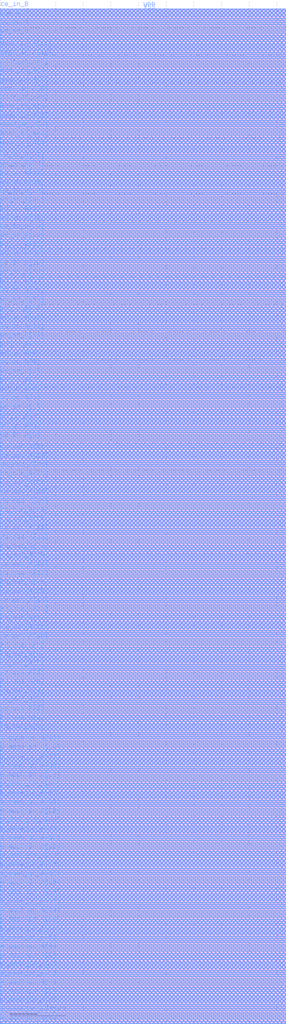
<source format=lef>
# Generated by FakeRAM 2.0
VERSION 5.7 ;
BUSBITCHARS "[]" ;
PROPERTYDEFINITIONS
  MACRO width INTEGER ;
  MACRO depth INTEGER ;
  MACRO banks INTEGER ;
END PROPERTYDEFINITIONS
MACRO fakeram7_tdp_4096x32
  PROPERTY width 32 ;
  PROPERTY depth 4096 ;
  PROPERTY banks 8 ;
  FOREIGN fakeram7_tdp_4096x32 0 0 ;
  SYMMETRY X Y ;
  SIZE 51.680 BY 183.400 ;
  CLASS BLOCK ;
  PIN w_mask_in_A[0]
    DIRECTION INPUT ;
    USE SIGNAL ;
    SHAPE ABUTMENT ;
    PORT
      LAYER M4 ;
      RECT 0.000 0.048 0.024 0.072 ;
    END
  END w_mask_in_A[0]
  PIN w_mask_in_B[0]
    DIRECTION INPUT ;
    USE SIGNAL ;
    SHAPE ABUTMENT ;
    PORT
      LAYER M4 ;
      RECT 51.656 0.048 51.680 0.072 ;
    END
  END w_mask_in_B[0]
  PIN w_mask_in_A[1]
    DIRECTION INPUT ;
    USE SIGNAL ;
    SHAPE ABUTMENT ;
    PORT
      LAYER M4 ;
      RECT 0.000 1.680 0.024 1.704 ;
    END
  END w_mask_in_A[1]
  PIN w_mask_in_B[1]
    DIRECTION INPUT ;
    USE SIGNAL ;
    SHAPE ABUTMENT ;
    PORT
      LAYER M4 ;
      RECT 51.656 1.680 51.680 1.704 ;
    END
  END w_mask_in_B[1]
  PIN w_mask_in_A[2]
    DIRECTION INPUT ;
    USE SIGNAL ;
    SHAPE ABUTMENT ;
    PORT
      LAYER M4 ;
      RECT 0.000 3.312 0.024 3.336 ;
    END
  END w_mask_in_A[2]
  PIN w_mask_in_B[2]
    DIRECTION INPUT ;
    USE SIGNAL ;
    SHAPE ABUTMENT ;
    PORT
      LAYER M4 ;
      RECT 51.656 3.312 51.680 3.336 ;
    END
  END w_mask_in_B[2]
  PIN w_mask_in_A[3]
    DIRECTION INPUT ;
    USE SIGNAL ;
    SHAPE ABUTMENT ;
    PORT
      LAYER M4 ;
      RECT 0.000 4.944 0.024 4.968 ;
    END
  END w_mask_in_A[3]
  PIN w_mask_in_B[3]
    DIRECTION INPUT ;
    USE SIGNAL ;
    SHAPE ABUTMENT ;
    PORT
      LAYER M4 ;
      RECT 51.656 4.944 51.680 4.968 ;
    END
  END w_mask_in_B[3]
  PIN w_mask_in_A[4]
    DIRECTION INPUT ;
    USE SIGNAL ;
    SHAPE ABUTMENT ;
    PORT
      LAYER M4 ;
      RECT 0.000 6.576 0.024 6.600 ;
    END
  END w_mask_in_A[4]
  PIN w_mask_in_B[4]
    DIRECTION INPUT ;
    USE SIGNAL ;
    SHAPE ABUTMENT ;
    PORT
      LAYER M4 ;
      RECT 51.656 6.576 51.680 6.600 ;
    END
  END w_mask_in_B[4]
  PIN w_mask_in_A[5]
    DIRECTION INPUT ;
    USE SIGNAL ;
    SHAPE ABUTMENT ;
    PORT
      LAYER M4 ;
      RECT 0.000 8.208 0.024 8.232 ;
    END
  END w_mask_in_A[5]
  PIN w_mask_in_B[5]
    DIRECTION INPUT ;
    USE SIGNAL ;
    SHAPE ABUTMENT ;
    PORT
      LAYER M4 ;
      RECT 51.656 8.208 51.680 8.232 ;
    END
  END w_mask_in_B[5]
  PIN w_mask_in_A[6]
    DIRECTION INPUT ;
    USE SIGNAL ;
    SHAPE ABUTMENT ;
    PORT
      LAYER M4 ;
      RECT 0.000 9.840 0.024 9.864 ;
    END
  END w_mask_in_A[6]
  PIN w_mask_in_B[6]
    DIRECTION INPUT ;
    USE SIGNAL ;
    SHAPE ABUTMENT ;
    PORT
      LAYER M4 ;
      RECT 51.656 9.840 51.680 9.864 ;
    END
  END w_mask_in_B[6]
  PIN w_mask_in_A[7]
    DIRECTION INPUT ;
    USE SIGNAL ;
    SHAPE ABUTMENT ;
    PORT
      LAYER M4 ;
      RECT 0.000 11.472 0.024 11.496 ;
    END
  END w_mask_in_A[7]
  PIN w_mask_in_B[7]
    DIRECTION INPUT ;
    USE SIGNAL ;
    SHAPE ABUTMENT ;
    PORT
      LAYER M4 ;
      RECT 51.656 11.472 51.680 11.496 ;
    END
  END w_mask_in_B[7]
  PIN w_mask_in_A[8]
    DIRECTION INPUT ;
    USE SIGNAL ;
    SHAPE ABUTMENT ;
    PORT
      LAYER M4 ;
      RECT 0.000 13.104 0.024 13.128 ;
    END
  END w_mask_in_A[8]
  PIN w_mask_in_B[8]
    DIRECTION INPUT ;
    USE SIGNAL ;
    SHAPE ABUTMENT ;
    PORT
      LAYER M4 ;
      RECT 51.656 13.104 51.680 13.128 ;
    END
  END w_mask_in_B[8]
  PIN w_mask_in_A[9]
    DIRECTION INPUT ;
    USE SIGNAL ;
    SHAPE ABUTMENT ;
    PORT
      LAYER M4 ;
      RECT 0.000 14.736 0.024 14.760 ;
    END
  END w_mask_in_A[9]
  PIN w_mask_in_B[9]
    DIRECTION INPUT ;
    USE SIGNAL ;
    SHAPE ABUTMENT ;
    PORT
      LAYER M4 ;
      RECT 51.656 14.736 51.680 14.760 ;
    END
  END w_mask_in_B[9]
  PIN w_mask_in_A[10]
    DIRECTION INPUT ;
    USE SIGNAL ;
    SHAPE ABUTMENT ;
    PORT
      LAYER M4 ;
      RECT 0.000 16.368 0.024 16.392 ;
    END
  END w_mask_in_A[10]
  PIN w_mask_in_B[10]
    DIRECTION INPUT ;
    USE SIGNAL ;
    SHAPE ABUTMENT ;
    PORT
      LAYER M4 ;
      RECT 51.656 16.368 51.680 16.392 ;
    END
  END w_mask_in_B[10]
  PIN w_mask_in_A[11]
    DIRECTION INPUT ;
    USE SIGNAL ;
    SHAPE ABUTMENT ;
    PORT
      LAYER M4 ;
      RECT 0.000 18.000 0.024 18.024 ;
    END
  END w_mask_in_A[11]
  PIN w_mask_in_B[11]
    DIRECTION INPUT ;
    USE SIGNAL ;
    SHAPE ABUTMENT ;
    PORT
      LAYER M4 ;
      RECT 51.656 18.000 51.680 18.024 ;
    END
  END w_mask_in_B[11]
  PIN w_mask_in_A[12]
    DIRECTION INPUT ;
    USE SIGNAL ;
    SHAPE ABUTMENT ;
    PORT
      LAYER M4 ;
      RECT 0.000 19.632 0.024 19.656 ;
    END
  END w_mask_in_A[12]
  PIN w_mask_in_B[12]
    DIRECTION INPUT ;
    USE SIGNAL ;
    SHAPE ABUTMENT ;
    PORT
      LAYER M4 ;
      RECT 51.656 19.632 51.680 19.656 ;
    END
  END w_mask_in_B[12]
  PIN w_mask_in_A[13]
    DIRECTION INPUT ;
    USE SIGNAL ;
    SHAPE ABUTMENT ;
    PORT
      LAYER M4 ;
      RECT 0.000 21.264 0.024 21.288 ;
    END
  END w_mask_in_A[13]
  PIN w_mask_in_B[13]
    DIRECTION INPUT ;
    USE SIGNAL ;
    SHAPE ABUTMENT ;
    PORT
      LAYER M4 ;
      RECT 51.656 21.264 51.680 21.288 ;
    END
  END w_mask_in_B[13]
  PIN w_mask_in_A[14]
    DIRECTION INPUT ;
    USE SIGNAL ;
    SHAPE ABUTMENT ;
    PORT
      LAYER M4 ;
      RECT 0.000 22.896 0.024 22.920 ;
    END
  END w_mask_in_A[14]
  PIN w_mask_in_B[14]
    DIRECTION INPUT ;
    USE SIGNAL ;
    SHAPE ABUTMENT ;
    PORT
      LAYER M4 ;
      RECT 51.656 22.896 51.680 22.920 ;
    END
  END w_mask_in_B[14]
  PIN w_mask_in_A[15]
    DIRECTION INPUT ;
    USE SIGNAL ;
    SHAPE ABUTMENT ;
    PORT
      LAYER M4 ;
      RECT 0.000 24.528 0.024 24.552 ;
    END
  END w_mask_in_A[15]
  PIN w_mask_in_B[15]
    DIRECTION INPUT ;
    USE SIGNAL ;
    SHAPE ABUTMENT ;
    PORT
      LAYER M4 ;
      RECT 51.656 24.528 51.680 24.552 ;
    END
  END w_mask_in_B[15]
  PIN w_mask_in_A[16]
    DIRECTION INPUT ;
    USE SIGNAL ;
    SHAPE ABUTMENT ;
    PORT
      LAYER M4 ;
      RECT 0.000 26.160 0.024 26.184 ;
    END
  END w_mask_in_A[16]
  PIN w_mask_in_B[16]
    DIRECTION INPUT ;
    USE SIGNAL ;
    SHAPE ABUTMENT ;
    PORT
      LAYER M4 ;
      RECT 51.656 26.160 51.680 26.184 ;
    END
  END w_mask_in_B[16]
  PIN w_mask_in_A[17]
    DIRECTION INPUT ;
    USE SIGNAL ;
    SHAPE ABUTMENT ;
    PORT
      LAYER M4 ;
      RECT 0.000 27.792 0.024 27.816 ;
    END
  END w_mask_in_A[17]
  PIN w_mask_in_B[17]
    DIRECTION INPUT ;
    USE SIGNAL ;
    SHAPE ABUTMENT ;
    PORT
      LAYER M4 ;
      RECT 51.656 27.792 51.680 27.816 ;
    END
  END w_mask_in_B[17]
  PIN w_mask_in_A[18]
    DIRECTION INPUT ;
    USE SIGNAL ;
    SHAPE ABUTMENT ;
    PORT
      LAYER M4 ;
      RECT 0.000 29.424 0.024 29.448 ;
    END
  END w_mask_in_A[18]
  PIN w_mask_in_B[18]
    DIRECTION INPUT ;
    USE SIGNAL ;
    SHAPE ABUTMENT ;
    PORT
      LAYER M4 ;
      RECT 51.656 29.424 51.680 29.448 ;
    END
  END w_mask_in_B[18]
  PIN w_mask_in_A[19]
    DIRECTION INPUT ;
    USE SIGNAL ;
    SHAPE ABUTMENT ;
    PORT
      LAYER M4 ;
      RECT 0.000 31.056 0.024 31.080 ;
    END
  END w_mask_in_A[19]
  PIN w_mask_in_B[19]
    DIRECTION INPUT ;
    USE SIGNAL ;
    SHAPE ABUTMENT ;
    PORT
      LAYER M4 ;
      RECT 51.656 31.056 51.680 31.080 ;
    END
  END w_mask_in_B[19]
  PIN w_mask_in_A[20]
    DIRECTION INPUT ;
    USE SIGNAL ;
    SHAPE ABUTMENT ;
    PORT
      LAYER M4 ;
      RECT 0.000 32.688 0.024 32.712 ;
    END
  END w_mask_in_A[20]
  PIN w_mask_in_B[20]
    DIRECTION INPUT ;
    USE SIGNAL ;
    SHAPE ABUTMENT ;
    PORT
      LAYER M4 ;
      RECT 51.656 32.688 51.680 32.712 ;
    END
  END w_mask_in_B[20]
  PIN w_mask_in_A[21]
    DIRECTION INPUT ;
    USE SIGNAL ;
    SHAPE ABUTMENT ;
    PORT
      LAYER M4 ;
      RECT 0.000 34.320 0.024 34.344 ;
    END
  END w_mask_in_A[21]
  PIN w_mask_in_B[21]
    DIRECTION INPUT ;
    USE SIGNAL ;
    SHAPE ABUTMENT ;
    PORT
      LAYER M4 ;
      RECT 51.656 34.320 51.680 34.344 ;
    END
  END w_mask_in_B[21]
  PIN w_mask_in_A[22]
    DIRECTION INPUT ;
    USE SIGNAL ;
    SHAPE ABUTMENT ;
    PORT
      LAYER M4 ;
      RECT 0.000 35.952 0.024 35.976 ;
    END
  END w_mask_in_A[22]
  PIN w_mask_in_B[22]
    DIRECTION INPUT ;
    USE SIGNAL ;
    SHAPE ABUTMENT ;
    PORT
      LAYER M4 ;
      RECT 51.656 35.952 51.680 35.976 ;
    END
  END w_mask_in_B[22]
  PIN w_mask_in_A[23]
    DIRECTION INPUT ;
    USE SIGNAL ;
    SHAPE ABUTMENT ;
    PORT
      LAYER M4 ;
      RECT 0.000 37.584 0.024 37.608 ;
    END
  END w_mask_in_A[23]
  PIN w_mask_in_B[23]
    DIRECTION INPUT ;
    USE SIGNAL ;
    SHAPE ABUTMENT ;
    PORT
      LAYER M4 ;
      RECT 51.656 37.584 51.680 37.608 ;
    END
  END w_mask_in_B[23]
  PIN w_mask_in_A[24]
    DIRECTION INPUT ;
    USE SIGNAL ;
    SHAPE ABUTMENT ;
    PORT
      LAYER M4 ;
      RECT 0.000 39.216 0.024 39.240 ;
    END
  END w_mask_in_A[24]
  PIN w_mask_in_B[24]
    DIRECTION INPUT ;
    USE SIGNAL ;
    SHAPE ABUTMENT ;
    PORT
      LAYER M4 ;
      RECT 51.656 39.216 51.680 39.240 ;
    END
  END w_mask_in_B[24]
  PIN w_mask_in_A[25]
    DIRECTION INPUT ;
    USE SIGNAL ;
    SHAPE ABUTMENT ;
    PORT
      LAYER M4 ;
      RECT 0.000 40.848 0.024 40.872 ;
    END
  END w_mask_in_A[25]
  PIN w_mask_in_B[25]
    DIRECTION INPUT ;
    USE SIGNAL ;
    SHAPE ABUTMENT ;
    PORT
      LAYER M4 ;
      RECT 51.656 40.848 51.680 40.872 ;
    END
  END w_mask_in_B[25]
  PIN w_mask_in_A[26]
    DIRECTION INPUT ;
    USE SIGNAL ;
    SHAPE ABUTMENT ;
    PORT
      LAYER M4 ;
      RECT 0.000 42.480 0.024 42.504 ;
    END
  END w_mask_in_A[26]
  PIN w_mask_in_B[26]
    DIRECTION INPUT ;
    USE SIGNAL ;
    SHAPE ABUTMENT ;
    PORT
      LAYER M4 ;
      RECT 51.656 42.480 51.680 42.504 ;
    END
  END w_mask_in_B[26]
  PIN w_mask_in_A[27]
    DIRECTION INPUT ;
    USE SIGNAL ;
    SHAPE ABUTMENT ;
    PORT
      LAYER M4 ;
      RECT 0.000 44.112 0.024 44.136 ;
    END
  END w_mask_in_A[27]
  PIN w_mask_in_B[27]
    DIRECTION INPUT ;
    USE SIGNAL ;
    SHAPE ABUTMENT ;
    PORT
      LAYER M4 ;
      RECT 51.656 44.112 51.680 44.136 ;
    END
  END w_mask_in_B[27]
  PIN w_mask_in_A[28]
    DIRECTION INPUT ;
    USE SIGNAL ;
    SHAPE ABUTMENT ;
    PORT
      LAYER M4 ;
      RECT 0.000 45.744 0.024 45.768 ;
    END
  END w_mask_in_A[28]
  PIN w_mask_in_B[28]
    DIRECTION INPUT ;
    USE SIGNAL ;
    SHAPE ABUTMENT ;
    PORT
      LAYER M4 ;
      RECT 51.656 45.744 51.680 45.768 ;
    END
  END w_mask_in_B[28]
  PIN w_mask_in_A[29]
    DIRECTION INPUT ;
    USE SIGNAL ;
    SHAPE ABUTMENT ;
    PORT
      LAYER M4 ;
      RECT 0.000 47.376 0.024 47.400 ;
    END
  END w_mask_in_A[29]
  PIN w_mask_in_B[29]
    DIRECTION INPUT ;
    USE SIGNAL ;
    SHAPE ABUTMENT ;
    PORT
      LAYER M4 ;
      RECT 51.656 47.376 51.680 47.400 ;
    END
  END w_mask_in_B[29]
  PIN w_mask_in_A[30]
    DIRECTION INPUT ;
    USE SIGNAL ;
    SHAPE ABUTMENT ;
    PORT
      LAYER M4 ;
      RECT 0.000 49.008 0.024 49.032 ;
    END
  END w_mask_in_A[30]
  PIN w_mask_in_B[30]
    DIRECTION INPUT ;
    USE SIGNAL ;
    SHAPE ABUTMENT ;
    PORT
      LAYER M4 ;
      RECT 51.656 49.008 51.680 49.032 ;
    END
  END w_mask_in_B[30]
  PIN w_mask_in_A[31]
    DIRECTION INPUT ;
    USE SIGNAL ;
    SHAPE ABUTMENT ;
    PORT
      LAYER M4 ;
      RECT 0.000 50.640 0.024 50.664 ;
    END
  END w_mask_in_A[31]
  PIN w_mask_in_B[31]
    DIRECTION INPUT ;
    USE SIGNAL ;
    SHAPE ABUTMENT ;
    PORT
      LAYER M4 ;
      RECT 51.656 50.640 51.680 50.664 ;
    END
  END w_mask_in_B[31]
  PIN rd_out_A[0]
    DIRECTION OUTPUT ;
    USE SIGNAL ;
    SHAPE ABUTMENT ;
    PORT
      LAYER M4 ;
      RECT 0.000 52.800 0.024 52.824 ;
    END
  END rd_out_A[0]
  PIN rd_out_B[0]
    DIRECTION OUTPUT ;
    USE SIGNAL ;
    SHAPE ABUTMENT ;
    PORT
      LAYER M4 ;
      RECT 51.656 52.800 51.680 52.824 ;
    END
  END rd_out_B[0]
  PIN rd_out_A[1]
    DIRECTION OUTPUT ;
    USE SIGNAL ;
    SHAPE ABUTMENT ;
    PORT
      LAYER M4 ;
      RECT 0.000 54.432 0.024 54.456 ;
    END
  END rd_out_A[1]
  PIN rd_out_B[1]
    DIRECTION OUTPUT ;
    USE SIGNAL ;
    SHAPE ABUTMENT ;
    PORT
      LAYER M4 ;
      RECT 51.656 54.432 51.680 54.456 ;
    END
  END rd_out_B[1]
  PIN rd_out_A[2]
    DIRECTION OUTPUT ;
    USE SIGNAL ;
    SHAPE ABUTMENT ;
    PORT
      LAYER M4 ;
      RECT 0.000 56.064 0.024 56.088 ;
    END
  END rd_out_A[2]
  PIN rd_out_B[2]
    DIRECTION OUTPUT ;
    USE SIGNAL ;
    SHAPE ABUTMENT ;
    PORT
      LAYER M4 ;
      RECT 51.656 56.064 51.680 56.088 ;
    END
  END rd_out_B[2]
  PIN rd_out_A[3]
    DIRECTION OUTPUT ;
    USE SIGNAL ;
    SHAPE ABUTMENT ;
    PORT
      LAYER M4 ;
      RECT 0.000 57.696 0.024 57.720 ;
    END
  END rd_out_A[3]
  PIN rd_out_B[3]
    DIRECTION OUTPUT ;
    USE SIGNAL ;
    SHAPE ABUTMENT ;
    PORT
      LAYER M4 ;
      RECT 51.656 57.696 51.680 57.720 ;
    END
  END rd_out_B[3]
  PIN rd_out_A[4]
    DIRECTION OUTPUT ;
    USE SIGNAL ;
    SHAPE ABUTMENT ;
    PORT
      LAYER M4 ;
      RECT 0.000 59.328 0.024 59.352 ;
    END
  END rd_out_A[4]
  PIN rd_out_B[4]
    DIRECTION OUTPUT ;
    USE SIGNAL ;
    SHAPE ABUTMENT ;
    PORT
      LAYER M4 ;
      RECT 51.656 59.328 51.680 59.352 ;
    END
  END rd_out_B[4]
  PIN rd_out_A[5]
    DIRECTION OUTPUT ;
    USE SIGNAL ;
    SHAPE ABUTMENT ;
    PORT
      LAYER M4 ;
      RECT 0.000 60.960 0.024 60.984 ;
    END
  END rd_out_A[5]
  PIN rd_out_B[5]
    DIRECTION OUTPUT ;
    USE SIGNAL ;
    SHAPE ABUTMENT ;
    PORT
      LAYER M4 ;
      RECT 51.656 60.960 51.680 60.984 ;
    END
  END rd_out_B[5]
  PIN rd_out_A[6]
    DIRECTION OUTPUT ;
    USE SIGNAL ;
    SHAPE ABUTMENT ;
    PORT
      LAYER M4 ;
      RECT 0.000 62.592 0.024 62.616 ;
    END
  END rd_out_A[6]
  PIN rd_out_B[6]
    DIRECTION OUTPUT ;
    USE SIGNAL ;
    SHAPE ABUTMENT ;
    PORT
      LAYER M4 ;
      RECT 51.656 62.592 51.680 62.616 ;
    END
  END rd_out_B[6]
  PIN rd_out_A[7]
    DIRECTION OUTPUT ;
    USE SIGNAL ;
    SHAPE ABUTMENT ;
    PORT
      LAYER M4 ;
      RECT 0.000 64.224 0.024 64.248 ;
    END
  END rd_out_A[7]
  PIN rd_out_B[7]
    DIRECTION OUTPUT ;
    USE SIGNAL ;
    SHAPE ABUTMENT ;
    PORT
      LAYER M4 ;
      RECT 51.656 64.224 51.680 64.248 ;
    END
  END rd_out_B[7]
  PIN rd_out_A[8]
    DIRECTION OUTPUT ;
    USE SIGNAL ;
    SHAPE ABUTMENT ;
    PORT
      LAYER M4 ;
      RECT 0.000 65.856 0.024 65.880 ;
    END
  END rd_out_A[8]
  PIN rd_out_B[8]
    DIRECTION OUTPUT ;
    USE SIGNAL ;
    SHAPE ABUTMENT ;
    PORT
      LAYER M4 ;
      RECT 51.656 65.856 51.680 65.880 ;
    END
  END rd_out_B[8]
  PIN rd_out_A[9]
    DIRECTION OUTPUT ;
    USE SIGNAL ;
    SHAPE ABUTMENT ;
    PORT
      LAYER M4 ;
      RECT 0.000 67.488 0.024 67.512 ;
    END
  END rd_out_A[9]
  PIN rd_out_B[9]
    DIRECTION OUTPUT ;
    USE SIGNAL ;
    SHAPE ABUTMENT ;
    PORT
      LAYER M4 ;
      RECT 51.656 67.488 51.680 67.512 ;
    END
  END rd_out_B[9]
  PIN rd_out_A[10]
    DIRECTION OUTPUT ;
    USE SIGNAL ;
    SHAPE ABUTMENT ;
    PORT
      LAYER M4 ;
      RECT 0.000 69.120 0.024 69.144 ;
    END
  END rd_out_A[10]
  PIN rd_out_B[10]
    DIRECTION OUTPUT ;
    USE SIGNAL ;
    SHAPE ABUTMENT ;
    PORT
      LAYER M4 ;
      RECT 51.656 69.120 51.680 69.144 ;
    END
  END rd_out_B[10]
  PIN rd_out_A[11]
    DIRECTION OUTPUT ;
    USE SIGNAL ;
    SHAPE ABUTMENT ;
    PORT
      LAYER M4 ;
      RECT 0.000 70.752 0.024 70.776 ;
    END
  END rd_out_A[11]
  PIN rd_out_B[11]
    DIRECTION OUTPUT ;
    USE SIGNAL ;
    SHAPE ABUTMENT ;
    PORT
      LAYER M4 ;
      RECT 51.656 70.752 51.680 70.776 ;
    END
  END rd_out_B[11]
  PIN rd_out_A[12]
    DIRECTION OUTPUT ;
    USE SIGNAL ;
    SHAPE ABUTMENT ;
    PORT
      LAYER M4 ;
      RECT 0.000 72.384 0.024 72.408 ;
    END
  END rd_out_A[12]
  PIN rd_out_B[12]
    DIRECTION OUTPUT ;
    USE SIGNAL ;
    SHAPE ABUTMENT ;
    PORT
      LAYER M4 ;
      RECT 51.656 72.384 51.680 72.408 ;
    END
  END rd_out_B[12]
  PIN rd_out_A[13]
    DIRECTION OUTPUT ;
    USE SIGNAL ;
    SHAPE ABUTMENT ;
    PORT
      LAYER M4 ;
      RECT 0.000 74.016 0.024 74.040 ;
    END
  END rd_out_A[13]
  PIN rd_out_B[13]
    DIRECTION OUTPUT ;
    USE SIGNAL ;
    SHAPE ABUTMENT ;
    PORT
      LAYER M4 ;
      RECT 51.656 74.016 51.680 74.040 ;
    END
  END rd_out_B[13]
  PIN rd_out_A[14]
    DIRECTION OUTPUT ;
    USE SIGNAL ;
    SHAPE ABUTMENT ;
    PORT
      LAYER M4 ;
      RECT 0.000 75.648 0.024 75.672 ;
    END
  END rd_out_A[14]
  PIN rd_out_B[14]
    DIRECTION OUTPUT ;
    USE SIGNAL ;
    SHAPE ABUTMENT ;
    PORT
      LAYER M4 ;
      RECT 51.656 75.648 51.680 75.672 ;
    END
  END rd_out_B[14]
  PIN rd_out_A[15]
    DIRECTION OUTPUT ;
    USE SIGNAL ;
    SHAPE ABUTMENT ;
    PORT
      LAYER M4 ;
      RECT 0.000 77.280 0.024 77.304 ;
    END
  END rd_out_A[15]
  PIN rd_out_B[15]
    DIRECTION OUTPUT ;
    USE SIGNAL ;
    SHAPE ABUTMENT ;
    PORT
      LAYER M4 ;
      RECT 51.656 77.280 51.680 77.304 ;
    END
  END rd_out_B[15]
  PIN rd_out_A[16]
    DIRECTION OUTPUT ;
    USE SIGNAL ;
    SHAPE ABUTMENT ;
    PORT
      LAYER M4 ;
      RECT 0.000 78.912 0.024 78.936 ;
    END
  END rd_out_A[16]
  PIN rd_out_B[16]
    DIRECTION OUTPUT ;
    USE SIGNAL ;
    SHAPE ABUTMENT ;
    PORT
      LAYER M4 ;
      RECT 51.656 78.912 51.680 78.936 ;
    END
  END rd_out_B[16]
  PIN rd_out_A[17]
    DIRECTION OUTPUT ;
    USE SIGNAL ;
    SHAPE ABUTMENT ;
    PORT
      LAYER M4 ;
      RECT 0.000 80.544 0.024 80.568 ;
    END
  END rd_out_A[17]
  PIN rd_out_B[17]
    DIRECTION OUTPUT ;
    USE SIGNAL ;
    SHAPE ABUTMENT ;
    PORT
      LAYER M4 ;
      RECT 51.656 80.544 51.680 80.568 ;
    END
  END rd_out_B[17]
  PIN rd_out_A[18]
    DIRECTION OUTPUT ;
    USE SIGNAL ;
    SHAPE ABUTMENT ;
    PORT
      LAYER M4 ;
      RECT 0.000 82.176 0.024 82.200 ;
    END
  END rd_out_A[18]
  PIN rd_out_B[18]
    DIRECTION OUTPUT ;
    USE SIGNAL ;
    SHAPE ABUTMENT ;
    PORT
      LAYER M4 ;
      RECT 51.656 82.176 51.680 82.200 ;
    END
  END rd_out_B[18]
  PIN rd_out_A[19]
    DIRECTION OUTPUT ;
    USE SIGNAL ;
    SHAPE ABUTMENT ;
    PORT
      LAYER M4 ;
      RECT 0.000 83.808 0.024 83.832 ;
    END
  END rd_out_A[19]
  PIN rd_out_B[19]
    DIRECTION OUTPUT ;
    USE SIGNAL ;
    SHAPE ABUTMENT ;
    PORT
      LAYER M4 ;
      RECT 51.656 83.808 51.680 83.832 ;
    END
  END rd_out_B[19]
  PIN rd_out_A[20]
    DIRECTION OUTPUT ;
    USE SIGNAL ;
    SHAPE ABUTMENT ;
    PORT
      LAYER M4 ;
      RECT 0.000 85.440 0.024 85.464 ;
    END
  END rd_out_A[20]
  PIN rd_out_B[20]
    DIRECTION OUTPUT ;
    USE SIGNAL ;
    SHAPE ABUTMENT ;
    PORT
      LAYER M4 ;
      RECT 51.656 85.440 51.680 85.464 ;
    END
  END rd_out_B[20]
  PIN rd_out_A[21]
    DIRECTION OUTPUT ;
    USE SIGNAL ;
    SHAPE ABUTMENT ;
    PORT
      LAYER M4 ;
      RECT 0.000 87.072 0.024 87.096 ;
    END
  END rd_out_A[21]
  PIN rd_out_B[21]
    DIRECTION OUTPUT ;
    USE SIGNAL ;
    SHAPE ABUTMENT ;
    PORT
      LAYER M4 ;
      RECT 51.656 87.072 51.680 87.096 ;
    END
  END rd_out_B[21]
  PIN rd_out_A[22]
    DIRECTION OUTPUT ;
    USE SIGNAL ;
    SHAPE ABUTMENT ;
    PORT
      LAYER M4 ;
      RECT 0.000 88.704 0.024 88.728 ;
    END
  END rd_out_A[22]
  PIN rd_out_B[22]
    DIRECTION OUTPUT ;
    USE SIGNAL ;
    SHAPE ABUTMENT ;
    PORT
      LAYER M4 ;
      RECT 51.656 88.704 51.680 88.728 ;
    END
  END rd_out_B[22]
  PIN rd_out_A[23]
    DIRECTION OUTPUT ;
    USE SIGNAL ;
    SHAPE ABUTMENT ;
    PORT
      LAYER M4 ;
      RECT 0.000 90.336 0.024 90.360 ;
    END
  END rd_out_A[23]
  PIN rd_out_B[23]
    DIRECTION OUTPUT ;
    USE SIGNAL ;
    SHAPE ABUTMENT ;
    PORT
      LAYER M4 ;
      RECT 51.656 90.336 51.680 90.360 ;
    END
  END rd_out_B[23]
  PIN rd_out_A[24]
    DIRECTION OUTPUT ;
    USE SIGNAL ;
    SHAPE ABUTMENT ;
    PORT
      LAYER M4 ;
      RECT 0.000 91.968 0.024 91.992 ;
    END
  END rd_out_A[24]
  PIN rd_out_B[24]
    DIRECTION OUTPUT ;
    USE SIGNAL ;
    SHAPE ABUTMENT ;
    PORT
      LAYER M4 ;
      RECT 51.656 91.968 51.680 91.992 ;
    END
  END rd_out_B[24]
  PIN rd_out_A[25]
    DIRECTION OUTPUT ;
    USE SIGNAL ;
    SHAPE ABUTMENT ;
    PORT
      LAYER M4 ;
      RECT 0.000 93.600 0.024 93.624 ;
    END
  END rd_out_A[25]
  PIN rd_out_B[25]
    DIRECTION OUTPUT ;
    USE SIGNAL ;
    SHAPE ABUTMENT ;
    PORT
      LAYER M4 ;
      RECT 51.656 93.600 51.680 93.624 ;
    END
  END rd_out_B[25]
  PIN rd_out_A[26]
    DIRECTION OUTPUT ;
    USE SIGNAL ;
    SHAPE ABUTMENT ;
    PORT
      LAYER M4 ;
      RECT 0.000 95.232 0.024 95.256 ;
    END
  END rd_out_A[26]
  PIN rd_out_B[26]
    DIRECTION OUTPUT ;
    USE SIGNAL ;
    SHAPE ABUTMENT ;
    PORT
      LAYER M4 ;
      RECT 51.656 95.232 51.680 95.256 ;
    END
  END rd_out_B[26]
  PIN rd_out_A[27]
    DIRECTION OUTPUT ;
    USE SIGNAL ;
    SHAPE ABUTMENT ;
    PORT
      LAYER M4 ;
      RECT 0.000 96.864 0.024 96.888 ;
    END
  END rd_out_A[27]
  PIN rd_out_B[27]
    DIRECTION OUTPUT ;
    USE SIGNAL ;
    SHAPE ABUTMENT ;
    PORT
      LAYER M4 ;
      RECT 51.656 96.864 51.680 96.888 ;
    END
  END rd_out_B[27]
  PIN rd_out_A[28]
    DIRECTION OUTPUT ;
    USE SIGNAL ;
    SHAPE ABUTMENT ;
    PORT
      LAYER M4 ;
      RECT 0.000 98.496 0.024 98.520 ;
    END
  END rd_out_A[28]
  PIN rd_out_B[28]
    DIRECTION OUTPUT ;
    USE SIGNAL ;
    SHAPE ABUTMENT ;
    PORT
      LAYER M4 ;
      RECT 51.656 98.496 51.680 98.520 ;
    END
  END rd_out_B[28]
  PIN rd_out_A[29]
    DIRECTION OUTPUT ;
    USE SIGNAL ;
    SHAPE ABUTMENT ;
    PORT
      LAYER M4 ;
      RECT 0.000 100.128 0.024 100.152 ;
    END
  END rd_out_A[29]
  PIN rd_out_B[29]
    DIRECTION OUTPUT ;
    USE SIGNAL ;
    SHAPE ABUTMENT ;
    PORT
      LAYER M4 ;
      RECT 51.656 100.128 51.680 100.152 ;
    END
  END rd_out_B[29]
  PIN rd_out_A[30]
    DIRECTION OUTPUT ;
    USE SIGNAL ;
    SHAPE ABUTMENT ;
    PORT
      LAYER M4 ;
      RECT 0.000 101.760 0.024 101.784 ;
    END
  END rd_out_A[30]
  PIN rd_out_B[30]
    DIRECTION OUTPUT ;
    USE SIGNAL ;
    SHAPE ABUTMENT ;
    PORT
      LAYER M4 ;
      RECT 51.656 101.760 51.680 101.784 ;
    END
  END rd_out_B[30]
  PIN rd_out_A[31]
    DIRECTION OUTPUT ;
    USE SIGNAL ;
    SHAPE ABUTMENT ;
    PORT
      LAYER M4 ;
      RECT 0.000 103.392 0.024 103.416 ;
    END
  END rd_out_A[31]
  PIN rd_out_B[31]
    DIRECTION OUTPUT ;
    USE SIGNAL ;
    SHAPE ABUTMENT ;
    PORT
      LAYER M4 ;
      RECT 51.656 103.392 51.680 103.416 ;
    END
  END rd_out_B[31]
  PIN wd_in_A[0]
    DIRECTION INPUT ;
    USE SIGNAL ;
    SHAPE ABUTMENT ;
    PORT
      LAYER M4 ;
      RECT 0.000 105.552 0.024 105.576 ;
    END
  END wd_in_A[0]
  PIN wd_in_B[0]
    DIRECTION INPUT ;
    USE SIGNAL ;
    SHAPE ABUTMENT ;
    PORT
      LAYER M4 ;
      RECT 51.656 105.552 51.680 105.576 ;
    END
  END wd_in_B[0]
  PIN wd_in_A[1]
    DIRECTION INPUT ;
    USE SIGNAL ;
    SHAPE ABUTMENT ;
    PORT
      LAYER M4 ;
      RECT 0.000 107.184 0.024 107.208 ;
    END
  END wd_in_A[1]
  PIN wd_in_B[1]
    DIRECTION INPUT ;
    USE SIGNAL ;
    SHAPE ABUTMENT ;
    PORT
      LAYER M4 ;
      RECT 51.656 107.184 51.680 107.208 ;
    END
  END wd_in_B[1]
  PIN wd_in_A[2]
    DIRECTION INPUT ;
    USE SIGNAL ;
    SHAPE ABUTMENT ;
    PORT
      LAYER M4 ;
      RECT 0.000 108.816 0.024 108.840 ;
    END
  END wd_in_A[2]
  PIN wd_in_B[2]
    DIRECTION INPUT ;
    USE SIGNAL ;
    SHAPE ABUTMENT ;
    PORT
      LAYER M4 ;
      RECT 51.656 108.816 51.680 108.840 ;
    END
  END wd_in_B[2]
  PIN wd_in_A[3]
    DIRECTION INPUT ;
    USE SIGNAL ;
    SHAPE ABUTMENT ;
    PORT
      LAYER M4 ;
      RECT 0.000 110.448 0.024 110.472 ;
    END
  END wd_in_A[3]
  PIN wd_in_B[3]
    DIRECTION INPUT ;
    USE SIGNAL ;
    SHAPE ABUTMENT ;
    PORT
      LAYER M4 ;
      RECT 51.656 110.448 51.680 110.472 ;
    END
  END wd_in_B[3]
  PIN wd_in_A[4]
    DIRECTION INPUT ;
    USE SIGNAL ;
    SHAPE ABUTMENT ;
    PORT
      LAYER M4 ;
      RECT 0.000 112.080 0.024 112.104 ;
    END
  END wd_in_A[4]
  PIN wd_in_B[4]
    DIRECTION INPUT ;
    USE SIGNAL ;
    SHAPE ABUTMENT ;
    PORT
      LAYER M4 ;
      RECT 51.656 112.080 51.680 112.104 ;
    END
  END wd_in_B[4]
  PIN wd_in_A[5]
    DIRECTION INPUT ;
    USE SIGNAL ;
    SHAPE ABUTMENT ;
    PORT
      LAYER M4 ;
      RECT 0.000 113.712 0.024 113.736 ;
    END
  END wd_in_A[5]
  PIN wd_in_B[5]
    DIRECTION INPUT ;
    USE SIGNAL ;
    SHAPE ABUTMENT ;
    PORT
      LAYER M4 ;
      RECT 51.656 113.712 51.680 113.736 ;
    END
  END wd_in_B[5]
  PIN wd_in_A[6]
    DIRECTION INPUT ;
    USE SIGNAL ;
    SHAPE ABUTMENT ;
    PORT
      LAYER M4 ;
      RECT 0.000 115.344 0.024 115.368 ;
    END
  END wd_in_A[6]
  PIN wd_in_B[6]
    DIRECTION INPUT ;
    USE SIGNAL ;
    SHAPE ABUTMENT ;
    PORT
      LAYER M4 ;
      RECT 51.656 115.344 51.680 115.368 ;
    END
  END wd_in_B[6]
  PIN wd_in_A[7]
    DIRECTION INPUT ;
    USE SIGNAL ;
    SHAPE ABUTMENT ;
    PORT
      LAYER M4 ;
      RECT 0.000 116.976 0.024 117.000 ;
    END
  END wd_in_A[7]
  PIN wd_in_B[7]
    DIRECTION INPUT ;
    USE SIGNAL ;
    SHAPE ABUTMENT ;
    PORT
      LAYER M4 ;
      RECT 51.656 116.976 51.680 117.000 ;
    END
  END wd_in_B[7]
  PIN wd_in_A[8]
    DIRECTION INPUT ;
    USE SIGNAL ;
    SHAPE ABUTMENT ;
    PORT
      LAYER M4 ;
      RECT 0.000 118.608 0.024 118.632 ;
    END
  END wd_in_A[8]
  PIN wd_in_B[8]
    DIRECTION INPUT ;
    USE SIGNAL ;
    SHAPE ABUTMENT ;
    PORT
      LAYER M4 ;
      RECT 51.656 118.608 51.680 118.632 ;
    END
  END wd_in_B[8]
  PIN wd_in_A[9]
    DIRECTION INPUT ;
    USE SIGNAL ;
    SHAPE ABUTMENT ;
    PORT
      LAYER M4 ;
      RECT 0.000 120.240 0.024 120.264 ;
    END
  END wd_in_A[9]
  PIN wd_in_B[9]
    DIRECTION INPUT ;
    USE SIGNAL ;
    SHAPE ABUTMENT ;
    PORT
      LAYER M4 ;
      RECT 51.656 120.240 51.680 120.264 ;
    END
  END wd_in_B[9]
  PIN wd_in_A[10]
    DIRECTION INPUT ;
    USE SIGNAL ;
    SHAPE ABUTMENT ;
    PORT
      LAYER M4 ;
      RECT 0.000 121.872 0.024 121.896 ;
    END
  END wd_in_A[10]
  PIN wd_in_B[10]
    DIRECTION INPUT ;
    USE SIGNAL ;
    SHAPE ABUTMENT ;
    PORT
      LAYER M4 ;
      RECT 51.656 121.872 51.680 121.896 ;
    END
  END wd_in_B[10]
  PIN wd_in_A[11]
    DIRECTION INPUT ;
    USE SIGNAL ;
    SHAPE ABUTMENT ;
    PORT
      LAYER M4 ;
      RECT 0.000 123.504 0.024 123.528 ;
    END
  END wd_in_A[11]
  PIN wd_in_B[11]
    DIRECTION INPUT ;
    USE SIGNAL ;
    SHAPE ABUTMENT ;
    PORT
      LAYER M4 ;
      RECT 51.656 123.504 51.680 123.528 ;
    END
  END wd_in_B[11]
  PIN wd_in_A[12]
    DIRECTION INPUT ;
    USE SIGNAL ;
    SHAPE ABUTMENT ;
    PORT
      LAYER M4 ;
      RECT 0.000 125.136 0.024 125.160 ;
    END
  END wd_in_A[12]
  PIN wd_in_B[12]
    DIRECTION INPUT ;
    USE SIGNAL ;
    SHAPE ABUTMENT ;
    PORT
      LAYER M4 ;
      RECT 51.656 125.136 51.680 125.160 ;
    END
  END wd_in_B[12]
  PIN wd_in_A[13]
    DIRECTION INPUT ;
    USE SIGNAL ;
    SHAPE ABUTMENT ;
    PORT
      LAYER M4 ;
      RECT 0.000 126.768 0.024 126.792 ;
    END
  END wd_in_A[13]
  PIN wd_in_B[13]
    DIRECTION INPUT ;
    USE SIGNAL ;
    SHAPE ABUTMENT ;
    PORT
      LAYER M4 ;
      RECT 51.656 126.768 51.680 126.792 ;
    END
  END wd_in_B[13]
  PIN wd_in_A[14]
    DIRECTION INPUT ;
    USE SIGNAL ;
    SHAPE ABUTMENT ;
    PORT
      LAYER M4 ;
      RECT 0.000 128.400 0.024 128.424 ;
    END
  END wd_in_A[14]
  PIN wd_in_B[14]
    DIRECTION INPUT ;
    USE SIGNAL ;
    SHAPE ABUTMENT ;
    PORT
      LAYER M4 ;
      RECT 51.656 128.400 51.680 128.424 ;
    END
  END wd_in_B[14]
  PIN wd_in_A[15]
    DIRECTION INPUT ;
    USE SIGNAL ;
    SHAPE ABUTMENT ;
    PORT
      LAYER M4 ;
      RECT 0.000 130.032 0.024 130.056 ;
    END
  END wd_in_A[15]
  PIN wd_in_B[15]
    DIRECTION INPUT ;
    USE SIGNAL ;
    SHAPE ABUTMENT ;
    PORT
      LAYER M4 ;
      RECT 51.656 130.032 51.680 130.056 ;
    END
  END wd_in_B[15]
  PIN wd_in_A[16]
    DIRECTION INPUT ;
    USE SIGNAL ;
    SHAPE ABUTMENT ;
    PORT
      LAYER M4 ;
      RECT 0.000 131.664 0.024 131.688 ;
    END
  END wd_in_A[16]
  PIN wd_in_B[16]
    DIRECTION INPUT ;
    USE SIGNAL ;
    SHAPE ABUTMENT ;
    PORT
      LAYER M4 ;
      RECT 51.656 131.664 51.680 131.688 ;
    END
  END wd_in_B[16]
  PIN wd_in_A[17]
    DIRECTION INPUT ;
    USE SIGNAL ;
    SHAPE ABUTMENT ;
    PORT
      LAYER M4 ;
      RECT 0.000 133.296 0.024 133.320 ;
    END
  END wd_in_A[17]
  PIN wd_in_B[17]
    DIRECTION INPUT ;
    USE SIGNAL ;
    SHAPE ABUTMENT ;
    PORT
      LAYER M4 ;
      RECT 51.656 133.296 51.680 133.320 ;
    END
  END wd_in_B[17]
  PIN wd_in_A[18]
    DIRECTION INPUT ;
    USE SIGNAL ;
    SHAPE ABUTMENT ;
    PORT
      LAYER M4 ;
      RECT 0.000 134.928 0.024 134.952 ;
    END
  END wd_in_A[18]
  PIN wd_in_B[18]
    DIRECTION INPUT ;
    USE SIGNAL ;
    SHAPE ABUTMENT ;
    PORT
      LAYER M4 ;
      RECT 51.656 134.928 51.680 134.952 ;
    END
  END wd_in_B[18]
  PIN wd_in_A[19]
    DIRECTION INPUT ;
    USE SIGNAL ;
    SHAPE ABUTMENT ;
    PORT
      LAYER M4 ;
      RECT 0.000 136.560 0.024 136.584 ;
    END
  END wd_in_A[19]
  PIN wd_in_B[19]
    DIRECTION INPUT ;
    USE SIGNAL ;
    SHAPE ABUTMENT ;
    PORT
      LAYER M4 ;
      RECT 51.656 136.560 51.680 136.584 ;
    END
  END wd_in_B[19]
  PIN wd_in_A[20]
    DIRECTION INPUT ;
    USE SIGNAL ;
    SHAPE ABUTMENT ;
    PORT
      LAYER M4 ;
      RECT 0.000 138.192 0.024 138.216 ;
    END
  END wd_in_A[20]
  PIN wd_in_B[20]
    DIRECTION INPUT ;
    USE SIGNAL ;
    SHAPE ABUTMENT ;
    PORT
      LAYER M4 ;
      RECT 51.656 138.192 51.680 138.216 ;
    END
  END wd_in_B[20]
  PIN wd_in_A[21]
    DIRECTION INPUT ;
    USE SIGNAL ;
    SHAPE ABUTMENT ;
    PORT
      LAYER M4 ;
      RECT 0.000 139.824 0.024 139.848 ;
    END
  END wd_in_A[21]
  PIN wd_in_B[21]
    DIRECTION INPUT ;
    USE SIGNAL ;
    SHAPE ABUTMENT ;
    PORT
      LAYER M4 ;
      RECT 51.656 139.824 51.680 139.848 ;
    END
  END wd_in_B[21]
  PIN wd_in_A[22]
    DIRECTION INPUT ;
    USE SIGNAL ;
    SHAPE ABUTMENT ;
    PORT
      LAYER M4 ;
      RECT 0.000 141.456 0.024 141.480 ;
    END
  END wd_in_A[22]
  PIN wd_in_B[22]
    DIRECTION INPUT ;
    USE SIGNAL ;
    SHAPE ABUTMENT ;
    PORT
      LAYER M4 ;
      RECT 51.656 141.456 51.680 141.480 ;
    END
  END wd_in_B[22]
  PIN wd_in_A[23]
    DIRECTION INPUT ;
    USE SIGNAL ;
    SHAPE ABUTMENT ;
    PORT
      LAYER M4 ;
      RECT 0.000 143.088 0.024 143.112 ;
    END
  END wd_in_A[23]
  PIN wd_in_B[23]
    DIRECTION INPUT ;
    USE SIGNAL ;
    SHAPE ABUTMENT ;
    PORT
      LAYER M4 ;
      RECT 51.656 143.088 51.680 143.112 ;
    END
  END wd_in_B[23]
  PIN wd_in_A[24]
    DIRECTION INPUT ;
    USE SIGNAL ;
    SHAPE ABUTMENT ;
    PORT
      LAYER M4 ;
      RECT 0.000 144.720 0.024 144.744 ;
    END
  END wd_in_A[24]
  PIN wd_in_B[24]
    DIRECTION INPUT ;
    USE SIGNAL ;
    SHAPE ABUTMENT ;
    PORT
      LAYER M4 ;
      RECT 51.656 144.720 51.680 144.744 ;
    END
  END wd_in_B[24]
  PIN wd_in_A[25]
    DIRECTION INPUT ;
    USE SIGNAL ;
    SHAPE ABUTMENT ;
    PORT
      LAYER M4 ;
      RECT 0.000 146.352 0.024 146.376 ;
    END
  END wd_in_A[25]
  PIN wd_in_B[25]
    DIRECTION INPUT ;
    USE SIGNAL ;
    SHAPE ABUTMENT ;
    PORT
      LAYER M4 ;
      RECT 51.656 146.352 51.680 146.376 ;
    END
  END wd_in_B[25]
  PIN wd_in_A[26]
    DIRECTION INPUT ;
    USE SIGNAL ;
    SHAPE ABUTMENT ;
    PORT
      LAYER M4 ;
      RECT 0.000 147.984 0.024 148.008 ;
    END
  END wd_in_A[26]
  PIN wd_in_B[26]
    DIRECTION INPUT ;
    USE SIGNAL ;
    SHAPE ABUTMENT ;
    PORT
      LAYER M4 ;
      RECT 51.656 147.984 51.680 148.008 ;
    END
  END wd_in_B[26]
  PIN wd_in_A[27]
    DIRECTION INPUT ;
    USE SIGNAL ;
    SHAPE ABUTMENT ;
    PORT
      LAYER M4 ;
      RECT 0.000 149.616 0.024 149.640 ;
    END
  END wd_in_A[27]
  PIN wd_in_B[27]
    DIRECTION INPUT ;
    USE SIGNAL ;
    SHAPE ABUTMENT ;
    PORT
      LAYER M4 ;
      RECT 51.656 149.616 51.680 149.640 ;
    END
  END wd_in_B[27]
  PIN wd_in_A[28]
    DIRECTION INPUT ;
    USE SIGNAL ;
    SHAPE ABUTMENT ;
    PORT
      LAYER M4 ;
      RECT 0.000 151.248 0.024 151.272 ;
    END
  END wd_in_A[28]
  PIN wd_in_B[28]
    DIRECTION INPUT ;
    USE SIGNAL ;
    SHAPE ABUTMENT ;
    PORT
      LAYER M4 ;
      RECT 51.656 151.248 51.680 151.272 ;
    END
  END wd_in_B[28]
  PIN wd_in_A[29]
    DIRECTION INPUT ;
    USE SIGNAL ;
    SHAPE ABUTMENT ;
    PORT
      LAYER M4 ;
      RECT 0.000 152.880 0.024 152.904 ;
    END
  END wd_in_A[29]
  PIN wd_in_B[29]
    DIRECTION INPUT ;
    USE SIGNAL ;
    SHAPE ABUTMENT ;
    PORT
      LAYER M4 ;
      RECT 51.656 152.880 51.680 152.904 ;
    END
  END wd_in_B[29]
  PIN wd_in_A[30]
    DIRECTION INPUT ;
    USE SIGNAL ;
    SHAPE ABUTMENT ;
    PORT
      LAYER M4 ;
      RECT 0.000 154.512 0.024 154.536 ;
    END
  END wd_in_A[30]
  PIN wd_in_B[30]
    DIRECTION INPUT ;
    USE SIGNAL ;
    SHAPE ABUTMENT ;
    PORT
      LAYER M4 ;
      RECT 51.656 154.512 51.680 154.536 ;
    END
  END wd_in_B[30]
  PIN wd_in_A[31]
    DIRECTION INPUT ;
    USE SIGNAL ;
    SHAPE ABUTMENT ;
    PORT
      LAYER M4 ;
      RECT 0.000 156.144 0.024 156.168 ;
    END
  END wd_in_A[31]
  PIN wd_in_B[31]
    DIRECTION INPUT ;
    USE SIGNAL ;
    SHAPE ABUTMENT ;
    PORT
      LAYER M4 ;
      RECT 51.656 156.144 51.680 156.168 ;
    END
  END wd_in_B[31]
  PIN addr_in_A[0]
    DIRECTION INPUT ;
    USE SIGNAL ;
    SHAPE ABUTMENT ;
    PORT
      LAYER M4 ;
      RECT 0.000 158.304 0.024 158.328 ;
    END
  END addr_in_A[0]
  PIN addr_in_B[0]
    DIRECTION INPUT ;
    USE SIGNAL ;
    SHAPE ABUTMENT ;
    PORT
      LAYER M4 ;
      RECT 51.656 158.304 51.680 158.328 ;
    END
  END addr_in_B[0]
  PIN addr_in_A[1]
    DIRECTION INPUT ;
    USE SIGNAL ;
    SHAPE ABUTMENT ;
    PORT
      LAYER M4 ;
      RECT 0.000 159.936 0.024 159.960 ;
    END
  END addr_in_A[1]
  PIN addr_in_B[1]
    DIRECTION INPUT ;
    USE SIGNAL ;
    SHAPE ABUTMENT ;
    PORT
      LAYER M4 ;
      RECT 51.656 159.936 51.680 159.960 ;
    END
  END addr_in_B[1]
  PIN addr_in_A[2]
    DIRECTION INPUT ;
    USE SIGNAL ;
    SHAPE ABUTMENT ;
    PORT
      LAYER M4 ;
      RECT 0.000 161.568 0.024 161.592 ;
    END
  END addr_in_A[2]
  PIN addr_in_B[2]
    DIRECTION INPUT ;
    USE SIGNAL ;
    SHAPE ABUTMENT ;
    PORT
      LAYER M4 ;
      RECT 51.656 161.568 51.680 161.592 ;
    END
  END addr_in_B[2]
  PIN addr_in_A[3]
    DIRECTION INPUT ;
    USE SIGNAL ;
    SHAPE ABUTMENT ;
    PORT
      LAYER M4 ;
      RECT 0.000 163.200 0.024 163.224 ;
    END
  END addr_in_A[3]
  PIN addr_in_B[3]
    DIRECTION INPUT ;
    USE SIGNAL ;
    SHAPE ABUTMENT ;
    PORT
      LAYER M4 ;
      RECT 51.656 163.200 51.680 163.224 ;
    END
  END addr_in_B[3]
  PIN addr_in_A[4]
    DIRECTION INPUT ;
    USE SIGNAL ;
    SHAPE ABUTMENT ;
    PORT
      LAYER M4 ;
      RECT 0.000 164.832 0.024 164.856 ;
    END
  END addr_in_A[4]
  PIN addr_in_B[4]
    DIRECTION INPUT ;
    USE SIGNAL ;
    SHAPE ABUTMENT ;
    PORT
      LAYER M4 ;
      RECT 51.656 164.832 51.680 164.856 ;
    END
  END addr_in_B[4]
  PIN addr_in_A[5]
    DIRECTION INPUT ;
    USE SIGNAL ;
    SHAPE ABUTMENT ;
    PORT
      LAYER M4 ;
      RECT 0.000 166.464 0.024 166.488 ;
    END
  END addr_in_A[5]
  PIN addr_in_B[5]
    DIRECTION INPUT ;
    USE SIGNAL ;
    SHAPE ABUTMENT ;
    PORT
      LAYER M4 ;
      RECT 51.656 166.464 51.680 166.488 ;
    END
  END addr_in_B[5]
  PIN addr_in_A[6]
    DIRECTION INPUT ;
    USE SIGNAL ;
    SHAPE ABUTMENT ;
    PORT
      LAYER M4 ;
      RECT 0.000 168.096 0.024 168.120 ;
    END
  END addr_in_A[6]
  PIN addr_in_B[6]
    DIRECTION INPUT ;
    USE SIGNAL ;
    SHAPE ABUTMENT ;
    PORT
      LAYER M4 ;
      RECT 51.656 168.096 51.680 168.120 ;
    END
  END addr_in_B[6]
  PIN addr_in_A[7]
    DIRECTION INPUT ;
    USE SIGNAL ;
    SHAPE ABUTMENT ;
    PORT
      LAYER M4 ;
      RECT 0.000 169.728 0.024 169.752 ;
    END
  END addr_in_A[7]
  PIN addr_in_B[7]
    DIRECTION INPUT ;
    USE SIGNAL ;
    SHAPE ABUTMENT ;
    PORT
      LAYER M4 ;
      RECT 51.656 169.728 51.680 169.752 ;
    END
  END addr_in_B[7]
  PIN addr_in_A[8]
    DIRECTION INPUT ;
    USE SIGNAL ;
    SHAPE ABUTMENT ;
    PORT
      LAYER M4 ;
      RECT 0.000 171.360 0.024 171.384 ;
    END
  END addr_in_A[8]
  PIN addr_in_B[8]
    DIRECTION INPUT ;
    USE SIGNAL ;
    SHAPE ABUTMENT ;
    PORT
      LAYER M4 ;
      RECT 51.656 171.360 51.680 171.384 ;
    END
  END addr_in_B[8]
  PIN addr_in_A[9]
    DIRECTION INPUT ;
    USE SIGNAL ;
    SHAPE ABUTMENT ;
    PORT
      LAYER M4 ;
      RECT 0.000 172.992 0.024 173.016 ;
    END
  END addr_in_A[9]
  PIN addr_in_B[9]
    DIRECTION INPUT ;
    USE SIGNAL ;
    SHAPE ABUTMENT ;
    PORT
      LAYER M4 ;
      RECT 51.656 172.992 51.680 173.016 ;
    END
  END addr_in_B[9]
  PIN addr_in_A[10]
    DIRECTION INPUT ;
    USE SIGNAL ;
    SHAPE ABUTMENT ;
    PORT
      LAYER M4 ;
      RECT 0.000 174.624 0.024 174.648 ;
    END
  END addr_in_A[10]
  PIN addr_in_B[10]
    DIRECTION INPUT ;
    USE SIGNAL ;
    SHAPE ABUTMENT ;
    PORT
      LAYER M4 ;
      RECT 51.656 174.624 51.680 174.648 ;
    END
  END addr_in_B[10]
  PIN addr_in_A[11]
    DIRECTION INPUT ;
    USE SIGNAL ;
    SHAPE ABUTMENT ;
    PORT
      LAYER M4 ;
      RECT 0.000 176.256 0.024 176.280 ;
    END
  END addr_in_A[11]
  PIN addr_in_B[11]
    DIRECTION INPUT ;
    USE SIGNAL ;
    SHAPE ABUTMENT ;
    PORT
      LAYER M4 ;
      RECT 51.656 176.256 51.680 176.280 ;
    END
  END addr_in_B[11]
  PIN we_in_A
    DIRECTION INPUT ;
    USE SIGNAL ;
    SHAPE ABUTMENT ;
    PORT
      LAYER M4 ;
      RECT 0.000 178.416 0.024 178.440 ;
    END
  END we_in_A
  PIN we_in_B
    DIRECTION INPUT ;
    USE SIGNAL ;
    SHAPE ABUTMENT ;
    PORT
      LAYER M4 ;
      RECT 51.656 178.416 51.680 178.440 ;
    END
  END we_in_B
  PIN ce_in_A
    DIRECTION INPUT ;
    USE SIGNAL ;
    SHAPE ABUTMENT ;
    PORT
      LAYER M4 ;
      RECT 0.000 180.048 0.024 180.072 ;
    END
  END ce_in_A
  PIN clk_A
    DIRECTION INPUT ;
    USE SIGNAL ;
    SHAPE ABUTMENT ;
    PORT
      LAYER M4 ;
      RECT 0.000 181.680 0.024 181.704 ;
    END
  END clk_A
  PIN ce_in_B
    DIRECTION INPUT ;
    USE SIGNAL ;
    SHAPE ABUTMENT ;
    PORT
      LAYER M4 ;
      RECT 0.000 183.312 0.024 183.336 ;
    END
  END ce_in_B
  PIN clk_B
    DIRECTION INPUT ;
    USE SIGNAL ;
    SHAPE ABUTMENT ;
    PORT
      LAYER M4 ;
      RECT 0.000 184.944 0.024 184.968 ;
    END
  END clk_B
  PIN VSS
    DIRECTION INOUT ;
    USE GROUND ;
    PORT
      LAYER M4 ;
      RECT 0.048 0.000 51.632 0.096 ;
      RECT 0.048 0.768 51.632 0.864 ;
      RECT 0.048 1.536 51.632 1.632 ;
      RECT 0.048 2.304 51.632 2.400 ;
      RECT 0.048 3.072 51.632 3.168 ;
      RECT 0.048 3.840 51.632 3.936 ;
      RECT 0.048 4.608 51.632 4.704 ;
      RECT 0.048 5.376 51.632 5.472 ;
      RECT 0.048 6.144 51.632 6.240 ;
      RECT 0.048 6.912 51.632 7.008 ;
      RECT 0.048 7.680 51.632 7.776 ;
      RECT 0.048 8.448 51.632 8.544 ;
      RECT 0.048 9.216 51.632 9.312 ;
      RECT 0.048 9.984 51.632 10.080 ;
      RECT 0.048 10.752 51.632 10.848 ;
      RECT 0.048 11.520 51.632 11.616 ;
      RECT 0.048 12.288 51.632 12.384 ;
      RECT 0.048 13.056 51.632 13.152 ;
      RECT 0.048 13.824 51.632 13.920 ;
      RECT 0.048 14.592 51.632 14.688 ;
      RECT 0.048 15.360 51.632 15.456 ;
      RECT 0.048 16.128 51.632 16.224 ;
      RECT 0.048 16.896 51.632 16.992 ;
      RECT 0.048 17.664 51.632 17.760 ;
      RECT 0.048 18.432 51.632 18.528 ;
      RECT 0.048 19.200 51.632 19.296 ;
      RECT 0.048 19.968 51.632 20.064 ;
      RECT 0.048 20.736 51.632 20.832 ;
      RECT 0.048 21.504 51.632 21.600 ;
      RECT 0.048 22.272 51.632 22.368 ;
      RECT 0.048 23.040 51.632 23.136 ;
      RECT 0.048 23.808 51.632 23.904 ;
      RECT 0.048 24.576 51.632 24.672 ;
      RECT 0.048 25.344 51.632 25.440 ;
      RECT 0.048 26.112 51.632 26.208 ;
      RECT 0.048 26.880 51.632 26.976 ;
      RECT 0.048 27.648 51.632 27.744 ;
      RECT 0.048 28.416 51.632 28.512 ;
      RECT 0.048 29.184 51.632 29.280 ;
      RECT 0.048 29.952 51.632 30.048 ;
      RECT 0.048 30.720 51.632 30.816 ;
      RECT 0.048 31.488 51.632 31.584 ;
      RECT 0.048 32.256 51.632 32.352 ;
      RECT 0.048 33.024 51.632 33.120 ;
      RECT 0.048 33.792 51.632 33.888 ;
      RECT 0.048 34.560 51.632 34.656 ;
      RECT 0.048 35.328 51.632 35.424 ;
      RECT 0.048 36.096 51.632 36.192 ;
      RECT 0.048 36.864 51.632 36.960 ;
      RECT 0.048 37.632 51.632 37.728 ;
      RECT 0.048 38.400 51.632 38.496 ;
      RECT 0.048 39.168 51.632 39.264 ;
      RECT 0.048 39.936 51.632 40.032 ;
      RECT 0.048 40.704 51.632 40.800 ;
      RECT 0.048 41.472 51.632 41.568 ;
      RECT 0.048 42.240 51.632 42.336 ;
      RECT 0.048 43.008 51.632 43.104 ;
      RECT 0.048 43.776 51.632 43.872 ;
      RECT 0.048 44.544 51.632 44.640 ;
      RECT 0.048 45.312 51.632 45.408 ;
      RECT 0.048 46.080 51.632 46.176 ;
      RECT 0.048 46.848 51.632 46.944 ;
      RECT 0.048 47.616 51.632 47.712 ;
      RECT 0.048 48.384 51.632 48.480 ;
      RECT 0.048 49.152 51.632 49.248 ;
      RECT 0.048 49.920 51.632 50.016 ;
      RECT 0.048 50.688 51.632 50.784 ;
      RECT 0.048 51.456 51.632 51.552 ;
      RECT 0.048 52.224 51.632 52.320 ;
      RECT 0.048 52.992 51.632 53.088 ;
      RECT 0.048 53.760 51.632 53.856 ;
      RECT 0.048 54.528 51.632 54.624 ;
      RECT 0.048 55.296 51.632 55.392 ;
      RECT 0.048 56.064 51.632 56.160 ;
      RECT 0.048 56.832 51.632 56.928 ;
      RECT 0.048 57.600 51.632 57.696 ;
      RECT 0.048 58.368 51.632 58.464 ;
      RECT 0.048 59.136 51.632 59.232 ;
      RECT 0.048 59.904 51.632 60.000 ;
      RECT 0.048 60.672 51.632 60.768 ;
      RECT 0.048 61.440 51.632 61.536 ;
      RECT 0.048 62.208 51.632 62.304 ;
      RECT 0.048 62.976 51.632 63.072 ;
      RECT 0.048 63.744 51.632 63.840 ;
      RECT 0.048 64.512 51.632 64.608 ;
      RECT 0.048 65.280 51.632 65.376 ;
      RECT 0.048 66.048 51.632 66.144 ;
      RECT 0.048 66.816 51.632 66.912 ;
      RECT 0.048 67.584 51.632 67.680 ;
      RECT 0.048 68.352 51.632 68.448 ;
      RECT 0.048 69.120 51.632 69.216 ;
      RECT 0.048 69.888 51.632 69.984 ;
      RECT 0.048 70.656 51.632 70.752 ;
      RECT 0.048 71.424 51.632 71.520 ;
      RECT 0.048 72.192 51.632 72.288 ;
      RECT 0.048 72.960 51.632 73.056 ;
      RECT 0.048 73.728 51.632 73.824 ;
      RECT 0.048 74.496 51.632 74.592 ;
      RECT 0.048 75.264 51.632 75.360 ;
      RECT 0.048 76.032 51.632 76.128 ;
      RECT 0.048 76.800 51.632 76.896 ;
      RECT 0.048 77.568 51.632 77.664 ;
      RECT 0.048 78.336 51.632 78.432 ;
      RECT 0.048 79.104 51.632 79.200 ;
      RECT 0.048 79.872 51.632 79.968 ;
      RECT 0.048 80.640 51.632 80.736 ;
      RECT 0.048 81.408 51.632 81.504 ;
      RECT 0.048 82.176 51.632 82.272 ;
      RECT 0.048 82.944 51.632 83.040 ;
      RECT 0.048 83.712 51.632 83.808 ;
      RECT 0.048 84.480 51.632 84.576 ;
      RECT 0.048 85.248 51.632 85.344 ;
      RECT 0.048 86.016 51.632 86.112 ;
      RECT 0.048 86.784 51.632 86.880 ;
      RECT 0.048 87.552 51.632 87.648 ;
      RECT 0.048 88.320 51.632 88.416 ;
      RECT 0.048 89.088 51.632 89.184 ;
      RECT 0.048 89.856 51.632 89.952 ;
      RECT 0.048 90.624 51.632 90.720 ;
      RECT 0.048 91.392 51.632 91.488 ;
      RECT 0.048 92.160 51.632 92.256 ;
      RECT 0.048 92.928 51.632 93.024 ;
      RECT 0.048 93.696 51.632 93.792 ;
      RECT 0.048 94.464 51.632 94.560 ;
      RECT 0.048 95.232 51.632 95.328 ;
      RECT 0.048 96.000 51.632 96.096 ;
      RECT 0.048 96.768 51.632 96.864 ;
      RECT 0.048 97.536 51.632 97.632 ;
      RECT 0.048 98.304 51.632 98.400 ;
      RECT 0.048 99.072 51.632 99.168 ;
      RECT 0.048 99.840 51.632 99.936 ;
      RECT 0.048 100.608 51.632 100.704 ;
      RECT 0.048 101.376 51.632 101.472 ;
      RECT 0.048 102.144 51.632 102.240 ;
      RECT 0.048 102.912 51.632 103.008 ;
      RECT 0.048 103.680 51.632 103.776 ;
      RECT 0.048 104.448 51.632 104.544 ;
      RECT 0.048 105.216 51.632 105.312 ;
      RECT 0.048 105.984 51.632 106.080 ;
      RECT 0.048 106.752 51.632 106.848 ;
      RECT 0.048 107.520 51.632 107.616 ;
      RECT 0.048 108.288 51.632 108.384 ;
      RECT 0.048 109.056 51.632 109.152 ;
      RECT 0.048 109.824 51.632 109.920 ;
      RECT 0.048 110.592 51.632 110.688 ;
      RECT 0.048 111.360 51.632 111.456 ;
      RECT 0.048 112.128 51.632 112.224 ;
      RECT 0.048 112.896 51.632 112.992 ;
      RECT 0.048 113.664 51.632 113.760 ;
      RECT 0.048 114.432 51.632 114.528 ;
      RECT 0.048 115.200 51.632 115.296 ;
      RECT 0.048 115.968 51.632 116.064 ;
      RECT 0.048 116.736 51.632 116.832 ;
      RECT 0.048 117.504 51.632 117.600 ;
      RECT 0.048 118.272 51.632 118.368 ;
      RECT 0.048 119.040 51.632 119.136 ;
      RECT 0.048 119.808 51.632 119.904 ;
      RECT 0.048 120.576 51.632 120.672 ;
      RECT 0.048 121.344 51.632 121.440 ;
      RECT 0.048 122.112 51.632 122.208 ;
      RECT 0.048 122.880 51.632 122.976 ;
      RECT 0.048 123.648 51.632 123.744 ;
      RECT 0.048 124.416 51.632 124.512 ;
      RECT 0.048 125.184 51.632 125.280 ;
      RECT 0.048 125.952 51.632 126.048 ;
      RECT 0.048 126.720 51.632 126.816 ;
      RECT 0.048 127.488 51.632 127.584 ;
      RECT 0.048 128.256 51.632 128.352 ;
      RECT 0.048 129.024 51.632 129.120 ;
      RECT 0.048 129.792 51.632 129.888 ;
      RECT 0.048 130.560 51.632 130.656 ;
      RECT 0.048 131.328 51.632 131.424 ;
      RECT 0.048 132.096 51.632 132.192 ;
      RECT 0.048 132.864 51.632 132.960 ;
      RECT 0.048 133.632 51.632 133.728 ;
      RECT 0.048 134.400 51.632 134.496 ;
      RECT 0.048 135.168 51.632 135.264 ;
      RECT 0.048 135.936 51.632 136.032 ;
      RECT 0.048 136.704 51.632 136.800 ;
      RECT 0.048 137.472 51.632 137.568 ;
      RECT 0.048 138.240 51.632 138.336 ;
      RECT 0.048 139.008 51.632 139.104 ;
      RECT 0.048 139.776 51.632 139.872 ;
      RECT 0.048 140.544 51.632 140.640 ;
      RECT 0.048 141.312 51.632 141.408 ;
      RECT 0.048 142.080 51.632 142.176 ;
      RECT 0.048 142.848 51.632 142.944 ;
      RECT 0.048 143.616 51.632 143.712 ;
      RECT 0.048 144.384 51.632 144.480 ;
      RECT 0.048 145.152 51.632 145.248 ;
      RECT 0.048 145.920 51.632 146.016 ;
      RECT 0.048 146.688 51.632 146.784 ;
      RECT 0.048 147.456 51.632 147.552 ;
      RECT 0.048 148.224 51.632 148.320 ;
      RECT 0.048 148.992 51.632 149.088 ;
      RECT 0.048 149.760 51.632 149.856 ;
      RECT 0.048 150.528 51.632 150.624 ;
      RECT 0.048 151.296 51.632 151.392 ;
      RECT 0.048 152.064 51.632 152.160 ;
      RECT 0.048 152.832 51.632 152.928 ;
      RECT 0.048 153.600 51.632 153.696 ;
      RECT 0.048 154.368 51.632 154.464 ;
      RECT 0.048 155.136 51.632 155.232 ;
      RECT 0.048 155.904 51.632 156.000 ;
      RECT 0.048 156.672 51.632 156.768 ;
      RECT 0.048 157.440 51.632 157.536 ;
      RECT 0.048 158.208 51.632 158.304 ;
      RECT 0.048 158.976 51.632 159.072 ;
      RECT 0.048 159.744 51.632 159.840 ;
      RECT 0.048 160.512 51.632 160.608 ;
      RECT 0.048 161.280 51.632 161.376 ;
      RECT 0.048 162.048 51.632 162.144 ;
      RECT 0.048 162.816 51.632 162.912 ;
      RECT 0.048 163.584 51.632 163.680 ;
      RECT 0.048 164.352 51.632 164.448 ;
      RECT 0.048 165.120 51.632 165.216 ;
      RECT 0.048 165.888 51.632 165.984 ;
      RECT 0.048 166.656 51.632 166.752 ;
      RECT 0.048 167.424 51.632 167.520 ;
      RECT 0.048 168.192 51.632 168.288 ;
      RECT 0.048 168.960 51.632 169.056 ;
      RECT 0.048 169.728 51.632 169.824 ;
      RECT 0.048 170.496 51.632 170.592 ;
      RECT 0.048 171.264 51.632 171.360 ;
      RECT 0.048 172.032 51.632 172.128 ;
      RECT 0.048 172.800 51.632 172.896 ;
      RECT 0.048 173.568 51.632 173.664 ;
      RECT 0.048 174.336 51.632 174.432 ;
      RECT 0.048 175.104 51.632 175.200 ;
      RECT 0.048 175.872 51.632 175.968 ;
      RECT 0.048 176.640 51.632 176.736 ;
      RECT 0.048 177.408 51.632 177.504 ;
      RECT 0.048 178.176 51.632 178.272 ;
      RECT 0.048 178.944 51.632 179.040 ;
      RECT 0.048 179.712 51.632 179.808 ;
      RECT 0.048 180.480 51.632 180.576 ;
      RECT 0.048 181.248 51.632 181.344 ;
      RECT 0.048 182.016 51.632 182.112 ;
      RECT 0.048 182.784 51.632 182.880 ;
    END
  END VSS
  PIN VDD
    DIRECTION INOUT ;
    USE POWER ;
    PORT
      LAYER M4 ;
      RECT 0.048 0.384 51.632 0.480 ;
      RECT 0.048 1.152 51.632 1.248 ;
      RECT 0.048 1.920 51.632 2.016 ;
      RECT 0.048 2.688 51.632 2.784 ;
      RECT 0.048 3.456 51.632 3.552 ;
      RECT 0.048 4.224 51.632 4.320 ;
      RECT 0.048 4.992 51.632 5.088 ;
      RECT 0.048 5.760 51.632 5.856 ;
      RECT 0.048 6.528 51.632 6.624 ;
      RECT 0.048 7.296 51.632 7.392 ;
      RECT 0.048 8.064 51.632 8.160 ;
      RECT 0.048 8.832 51.632 8.928 ;
      RECT 0.048 9.600 51.632 9.696 ;
      RECT 0.048 10.368 51.632 10.464 ;
      RECT 0.048 11.136 51.632 11.232 ;
      RECT 0.048 11.904 51.632 12.000 ;
      RECT 0.048 12.672 51.632 12.768 ;
      RECT 0.048 13.440 51.632 13.536 ;
      RECT 0.048 14.208 51.632 14.304 ;
      RECT 0.048 14.976 51.632 15.072 ;
      RECT 0.048 15.744 51.632 15.840 ;
      RECT 0.048 16.512 51.632 16.608 ;
      RECT 0.048 17.280 51.632 17.376 ;
      RECT 0.048 18.048 51.632 18.144 ;
      RECT 0.048 18.816 51.632 18.912 ;
      RECT 0.048 19.584 51.632 19.680 ;
      RECT 0.048 20.352 51.632 20.448 ;
      RECT 0.048 21.120 51.632 21.216 ;
      RECT 0.048 21.888 51.632 21.984 ;
      RECT 0.048 22.656 51.632 22.752 ;
      RECT 0.048 23.424 51.632 23.520 ;
      RECT 0.048 24.192 51.632 24.288 ;
      RECT 0.048 24.960 51.632 25.056 ;
      RECT 0.048 25.728 51.632 25.824 ;
      RECT 0.048 26.496 51.632 26.592 ;
      RECT 0.048 27.264 51.632 27.360 ;
      RECT 0.048 28.032 51.632 28.128 ;
      RECT 0.048 28.800 51.632 28.896 ;
      RECT 0.048 29.568 51.632 29.664 ;
      RECT 0.048 30.336 51.632 30.432 ;
      RECT 0.048 31.104 51.632 31.200 ;
      RECT 0.048 31.872 51.632 31.968 ;
      RECT 0.048 32.640 51.632 32.736 ;
      RECT 0.048 33.408 51.632 33.504 ;
      RECT 0.048 34.176 51.632 34.272 ;
      RECT 0.048 34.944 51.632 35.040 ;
      RECT 0.048 35.712 51.632 35.808 ;
      RECT 0.048 36.480 51.632 36.576 ;
      RECT 0.048 37.248 51.632 37.344 ;
      RECT 0.048 38.016 51.632 38.112 ;
      RECT 0.048 38.784 51.632 38.880 ;
      RECT 0.048 39.552 51.632 39.648 ;
      RECT 0.048 40.320 51.632 40.416 ;
      RECT 0.048 41.088 51.632 41.184 ;
      RECT 0.048 41.856 51.632 41.952 ;
      RECT 0.048 42.624 51.632 42.720 ;
      RECT 0.048 43.392 51.632 43.488 ;
      RECT 0.048 44.160 51.632 44.256 ;
      RECT 0.048 44.928 51.632 45.024 ;
      RECT 0.048 45.696 51.632 45.792 ;
      RECT 0.048 46.464 51.632 46.560 ;
      RECT 0.048 47.232 51.632 47.328 ;
      RECT 0.048 48.000 51.632 48.096 ;
      RECT 0.048 48.768 51.632 48.864 ;
      RECT 0.048 49.536 51.632 49.632 ;
      RECT 0.048 50.304 51.632 50.400 ;
      RECT 0.048 51.072 51.632 51.168 ;
      RECT 0.048 51.840 51.632 51.936 ;
      RECT 0.048 52.608 51.632 52.704 ;
      RECT 0.048 53.376 51.632 53.472 ;
      RECT 0.048 54.144 51.632 54.240 ;
      RECT 0.048 54.912 51.632 55.008 ;
      RECT 0.048 55.680 51.632 55.776 ;
      RECT 0.048 56.448 51.632 56.544 ;
      RECT 0.048 57.216 51.632 57.312 ;
      RECT 0.048 57.984 51.632 58.080 ;
      RECT 0.048 58.752 51.632 58.848 ;
      RECT 0.048 59.520 51.632 59.616 ;
      RECT 0.048 60.288 51.632 60.384 ;
      RECT 0.048 61.056 51.632 61.152 ;
      RECT 0.048 61.824 51.632 61.920 ;
      RECT 0.048 62.592 51.632 62.688 ;
      RECT 0.048 63.360 51.632 63.456 ;
      RECT 0.048 64.128 51.632 64.224 ;
      RECT 0.048 64.896 51.632 64.992 ;
      RECT 0.048 65.664 51.632 65.760 ;
      RECT 0.048 66.432 51.632 66.528 ;
      RECT 0.048 67.200 51.632 67.296 ;
      RECT 0.048 67.968 51.632 68.064 ;
      RECT 0.048 68.736 51.632 68.832 ;
      RECT 0.048 69.504 51.632 69.600 ;
      RECT 0.048 70.272 51.632 70.368 ;
      RECT 0.048 71.040 51.632 71.136 ;
      RECT 0.048 71.808 51.632 71.904 ;
      RECT 0.048 72.576 51.632 72.672 ;
      RECT 0.048 73.344 51.632 73.440 ;
      RECT 0.048 74.112 51.632 74.208 ;
      RECT 0.048 74.880 51.632 74.976 ;
      RECT 0.048 75.648 51.632 75.744 ;
      RECT 0.048 76.416 51.632 76.512 ;
      RECT 0.048 77.184 51.632 77.280 ;
      RECT 0.048 77.952 51.632 78.048 ;
      RECT 0.048 78.720 51.632 78.816 ;
      RECT 0.048 79.488 51.632 79.584 ;
      RECT 0.048 80.256 51.632 80.352 ;
      RECT 0.048 81.024 51.632 81.120 ;
      RECT 0.048 81.792 51.632 81.888 ;
      RECT 0.048 82.560 51.632 82.656 ;
      RECT 0.048 83.328 51.632 83.424 ;
      RECT 0.048 84.096 51.632 84.192 ;
      RECT 0.048 84.864 51.632 84.960 ;
      RECT 0.048 85.632 51.632 85.728 ;
      RECT 0.048 86.400 51.632 86.496 ;
      RECT 0.048 87.168 51.632 87.264 ;
      RECT 0.048 87.936 51.632 88.032 ;
      RECT 0.048 88.704 51.632 88.800 ;
      RECT 0.048 89.472 51.632 89.568 ;
      RECT 0.048 90.240 51.632 90.336 ;
      RECT 0.048 91.008 51.632 91.104 ;
      RECT 0.048 91.776 51.632 91.872 ;
      RECT 0.048 92.544 51.632 92.640 ;
      RECT 0.048 93.312 51.632 93.408 ;
      RECT 0.048 94.080 51.632 94.176 ;
      RECT 0.048 94.848 51.632 94.944 ;
      RECT 0.048 95.616 51.632 95.712 ;
      RECT 0.048 96.384 51.632 96.480 ;
      RECT 0.048 97.152 51.632 97.248 ;
      RECT 0.048 97.920 51.632 98.016 ;
      RECT 0.048 98.688 51.632 98.784 ;
      RECT 0.048 99.456 51.632 99.552 ;
      RECT 0.048 100.224 51.632 100.320 ;
      RECT 0.048 100.992 51.632 101.088 ;
      RECT 0.048 101.760 51.632 101.856 ;
      RECT 0.048 102.528 51.632 102.624 ;
      RECT 0.048 103.296 51.632 103.392 ;
      RECT 0.048 104.064 51.632 104.160 ;
      RECT 0.048 104.832 51.632 104.928 ;
      RECT 0.048 105.600 51.632 105.696 ;
      RECT 0.048 106.368 51.632 106.464 ;
      RECT 0.048 107.136 51.632 107.232 ;
      RECT 0.048 107.904 51.632 108.000 ;
      RECT 0.048 108.672 51.632 108.768 ;
      RECT 0.048 109.440 51.632 109.536 ;
      RECT 0.048 110.208 51.632 110.304 ;
      RECT 0.048 110.976 51.632 111.072 ;
      RECT 0.048 111.744 51.632 111.840 ;
      RECT 0.048 112.512 51.632 112.608 ;
      RECT 0.048 113.280 51.632 113.376 ;
      RECT 0.048 114.048 51.632 114.144 ;
      RECT 0.048 114.816 51.632 114.912 ;
      RECT 0.048 115.584 51.632 115.680 ;
      RECT 0.048 116.352 51.632 116.448 ;
      RECT 0.048 117.120 51.632 117.216 ;
      RECT 0.048 117.888 51.632 117.984 ;
      RECT 0.048 118.656 51.632 118.752 ;
      RECT 0.048 119.424 51.632 119.520 ;
      RECT 0.048 120.192 51.632 120.288 ;
      RECT 0.048 120.960 51.632 121.056 ;
      RECT 0.048 121.728 51.632 121.824 ;
      RECT 0.048 122.496 51.632 122.592 ;
      RECT 0.048 123.264 51.632 123.360 ;
      RECT 0.048 124.032 51.632 124.128 ;
      RECT 0.048 124.800 51.632 124.896 ;
      RECT 0.048 125.568 51.632 125.664 ;
      RECT 0.048 126.336 51.632 126.432 ;
      RECT 0.048 127.104 51.632 127.200 ;
      RECT 0.048 127.872 51.632 127.968 ;
      RECT 0.048 128.640 51.632 128.736 ;
      RECT 0.048 129.408 51.632 129.504 ;
      RECT 0.048 130.176 51.632 130.272 ;
      RECT 0.048 130.944 51.632 131.040 ;
      RECT 0.048 131.712 51.632 131.808 ;
      RECT 0.048 132.480 51.632 132.576 ;
      RECT 0.048 133.248 51.632 133.344 ;
      RECT 0.048 134.016 51.632 134.112 ;
      RECT 0.048 134.784 51.632 134.880 ;
      RECT 0.048 135.552 51.632 135.648 ;
      RECT 0.048 136.320 51.632 136.416 ;
      RECT 0.048 137.088 51.632 137.184 ;
      RECT 0.048 137.856 51.632 137.952 ;
      RECT 0.048 138.624 51.632 138.720 ;
      RECT 0.048 139.392 51.632 139.488 ;
      RECT 0.048 140.160 51.632 140.256 ;
      RECT 0.048 140.928 51.632 141.024 ;
      RECT 0.048 141.696 51.632 141.792 ;
      RECT 0.048 142.464 51.632 142.560 ;
      RECT 0.048 143.232 51.632 143.328 ;
      RECT 0.048 144.000 51.632 144.096 ;
      RECT 0.048 144.768 51.632 144.864 ;
      RECT 0.048 145.536 51.632 145.632 ;
      RECT 0.048 146.304 51.632 146.400 ;
      RECT 0.048 147.072 51.632 147.168 ;
      RECT 0.048 147.840 51.632 147.936 ;
      RECT 0.048 148.608 51.632 148.704 ;
      RECT 0.048 149.376 51.632 149.472 ;
      RECT 0.048 150.144 51.632 150.240 ;
      RECT 0.048 150.912 51.632 151.008 ;
      RECT 0.048 151.680 51.632 151.776 ;
      RECT 0.048 152.448 51.632 152.544 ;
      RECT 0.048 153.216 51.632 153.312 ;
      RECT 0.048 153.984 51.632 154.080 ;
      RECT 0.048 154.752 51.632 154.848 ;
      RECT 0.048 155.520 51.632 155.616 ;
      RECT 0.048 156.288 51.632 156.384 ;
      RECT 0.048 157.056 51.632 157.152 ;
      RECT 0.048 157.824 51.632 157.920 ;
      RECT 0.048 158.592 51.632 158.688 ;
      RECT 0.048 159.360 51.632 159.456 ;
      RECT 0.048 160.128 51.632 160.224 ;
      RECT 0.048 160.896 51.632 160.992 ;
      RECT 0.048 161.664 51.632 161.760 ;
      RECT 0.048 162.432 51.632 162.528 ;
      RECT 0.048 163.200 51.632 163.296 ;
      RECT 0.048 163.968 51.632 164.064 ;
      RECT 0.048 164.736 51.632 164.832 ;
      RECT 0.048 165.504 51.632 165.600 ;
      RECT 0.048 166.272 51.632 166.368 ;
      RECT 0.048 167.040 51.632 167.136 ;
      RECT 0.048 167.808 51.632 167.904 ;
      RECT 0.048 168.576 51.632 168.672 ;
      RECT 0.048 169.344 51.632 169.440 ;
      RECT 0.048 170.112 51.632 170.208 ;
      RECT 0.048 170.880 51.632 170.976 ;
      RECT 0.048 171.648 51.632 171.744 ;
      RECT 0.048 172.416 51.632 172.512 ;
      RECT 0.048 173.184 51.632 173.280 ;
      RECT 0.048 173.952 51.632 174.048 ;
      RECT 0.048 174.720 51.632 174.816 ;
      RECT 0.048 175.488 51.632 175.584 ;
      RECT 0.048 176.256 51.632 176.352 ;
      RECT 0.048 177.024 51.632 177.120 ;
      RECT 0.048 177.792 51.632 177.888 ;
      RECT 0.048 178.560 51.632 178.656 ;
      RECT 0.048 179.328 51.632 179.424 ;
      RECT 0.048 180.096 51.632 180.192 ;
      RECT 0.048 180.864 51.632 180.960 ;
      RECT 0.048 181.632 51.632 181.728 ;
      RECT 0.048 182.400 51.632 182.496 ;
      RECT 0.048 183.168 51.632 183.264 ;
    END
  END VDD
  OBS
    LAYER M1 ;
    RECT 0 0 51.680 183.400 ;
    LAYER M2 ;
    RECT 0 0 51.680 183.400 ;
    LAYER M3 ;
    RECT 0 0 51.680 183.400 ;
    LAYER M4 ;
    RECT 0 0 51.680 183.400 ;
  END
END fakeram7_tdp_4096x32

END LIBRARY

</source>
